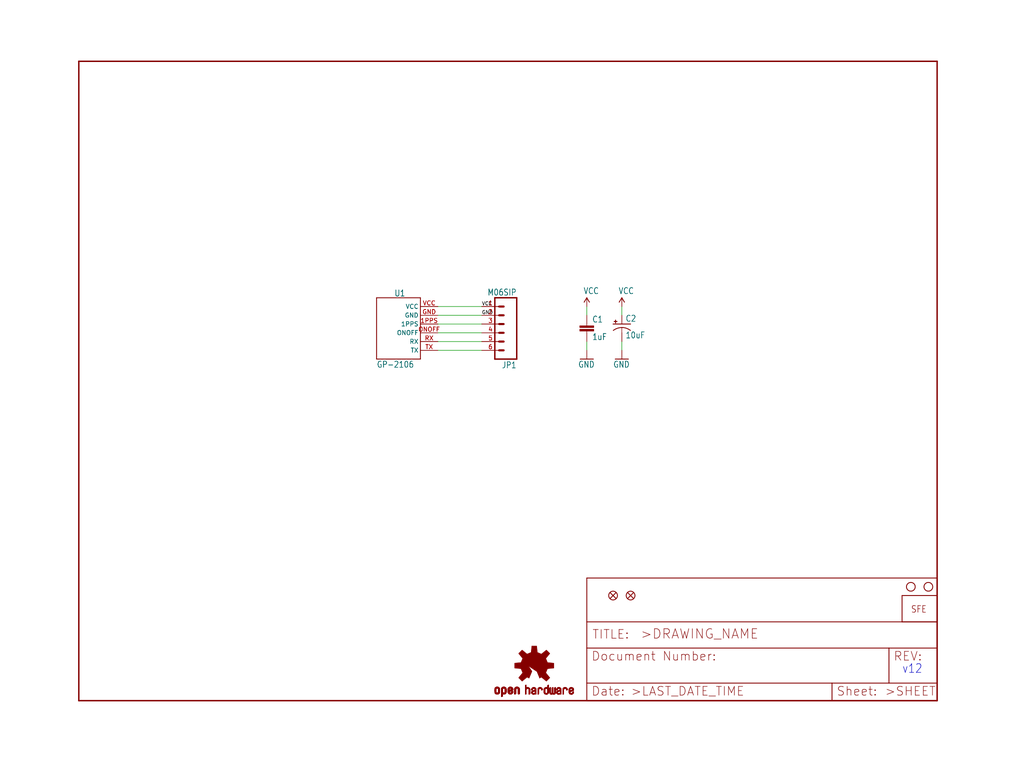
<source format=kicad_sch>
(kicad_sch (version 20211123) (generator eeschema)
  (paper "User" 297.002 223.926)
  (lib_symbols
    (symbol "eagleSchem-eagle-import:CAP0402-CAP"
      (property "Reference" "C" (at 1.524 2.921 0))
      (property "Value" "CAP0402-CAP" (at 1.524 -2.159 0))
      (symbol "CAP0402-CAP_1_0"
        (pin passive line (at 0 5.08 270) (length 2.54) (name "1") (number "1"))
        (pin passive line (at 0 -2.54 90) (length 2.54) (name "2") (number "2"))
      )
    )
    (symbol "eagleSchem-eagle-import:CAP_POL1206"
      (property "Reference" "C" (at 1.016 0.635 0))
      (property "Value" "CAP_POL1206" (at 1.016 -4.191 0))
      (symbol "CAP_POL1206_1_0"
        (pin passive line (at 0 2.54 270) (length 2.54) (name "+") (number "A"))
        (pin passive line (at 0 -5.08 90) (length 2.54) (name "-") (number "C"))
      )
    )
    (symbol "eagleSchem-eagle-import:FIDUCIALUFIDUCIAL")
    (symbol "eagleSchem-eagle-import:FRAME-LETTER"
      (symbol "FRAME-LETTER_2_0"
        (text ">DRAWING_NAME" (at 15.494 17.78 0) (effects (font (size 2.7432 2.7432)) (justify left bottom)))
        (text ">LAST_DATE_TIME" (at 12.7 1.27 0) (effects (font (size 2.54 2.54)) (justify left bottom)))
        (text ">SHEET" (at 86.36 1.27 0) (effects (font (size 2.54 2.54)) (justify left bottom)))
        (text "Date:" (at 1.27 1.27 0) (effects (font (size 2.54 2.54)) (justify left bottom)))
        (text "Document Number:" (at 1.27 11.43 0) (effects (font (size 2.54 2.54)) (justify left bottom)))
        (text "REV:" (at 88.9 11.43 0) (effects (font (size 2.54 2.54)) (justify left bottom)))
        (text "Sheet:" (at 72.39 1.27 0) (effects (font (size 2.54 2.54)) (justify left bottom)))
        (text "TITLE:" (at 1.524 17.78 0) (effects (font (size 2.54 2.54)) (justify left bottom)))
      )
    )
    (symbol "eagleSchem-eagle-import:GND" (power)
      (property "Value" "GND" (at -2.54 -2.54 0))
      (symbol "GND_1_0"
        (pin power_in line (at 0 2.54 270) (length 2.54) (name "GND") (number "1"))
      )
    )
    (symbol "eagleSchem-eagle-import:GP-2106"
      (property "Reference" "U" (at 3.302 9.906 0))
      (property "Value" "GP-2106" (at -5.08 -12.7 0))
      (symbol "GP-2106_1_0"
        (pin bidirectional line (at 12.7 0 180) (length 5.08) (name "1PPS") (number "1PPS"))
        (pin bidirectional line (at 12.7 2.54 180) (length 5.08) (name "GND") (number "GND"))
        (pin bidirectional line (at 12.7 -2.54 180) (length 5.08) (name "ONOFF") (number "ONOFF"))
        (pin bidirectional line (at 12.7 -5.08 180) (length 5.08) (name "RX") (number "RX"))
        (pin bidirectional line (at 12.7 -7.62 180) (length 5.08) (name "TX") (number "TX"))
        (pin bidirectional line (at 12.7 5.08 180) (length 5.08) (name "VCC") (number "VCC"))
      )
    )
    (symbol "eagleSchem-eagle-import:LOGO-SFESK"
      (symbol "LOGO-SFESK_1_0"
        (text "SFE" (at 0 0 0) (effects (font (size 1.9304 1.6408)) (justify left bottom)))
      )
    )
    (symbol "eagleSchem-eagle-import:M06SIP"
      (property "Reference" "JP" (at -5.08 10.922 0))
      (property "Value" "M06SIP" (at -5.08 -10.16 0))
      (symbol "M06SIP_1_0"
        (pin passive line (at 5.08 -5.08 180) (length 5.08) (name "1") (number "1"))
        (pin passive line (at 5.08 -2.54 180) (length 5.08) (name "2") (number "2"))
        (pin passive line (at 5.08 0 180) (length 5.08) (name "3") (number "3"))
        (pin passive line (at 5.08 2.54 180) (length 5.08) (name "4") (number "4"))
        (pin passive line (at 5.08 5.08 180) (length 5.08) (name "5") (number "5"))
        (pin passive line (at 5.08 7.62 180) (length 5.08) (name "6") (number "6"))
      )
    )
    (symbol "eagleSchem-eagle-import:OSHW-LOGOS")
    (symbol "eagleSchem-eagle-import:STAND-OFF")
    (symbol "eagleSchem-eagle-import:VCC" (power)
      (property "Value" "VCC" (at -1.016 3.556 0))
      (symbol "VCC_1_0"
        (pin power_in line (at 0 0 90) (length 2.54) (name "VCC") (number "1"))
      )
    )
  )
  (wire (pts (xy 180.34 88.9) (xy 180.34 91.44)))
  (wire (pts (xy 139.7 91.44) (xy 127 91.44)))
  (wire (pts (xy 139.7 96.52) (xy 127 96.52)))
  (wire (pts (xy 139.7 88.9) (xy 127 88.9)))
  (wire (pts (xy 170.18 88.9) (xy 170.18 91.44)))
  (wire (pts (xy 170.18 101.6) (xy 170.18 99.06)))
  (wire (pts (xy 139.7 99.06) (xy 127 99.06)))
  (wire (pts (xy 139.7 93.98) (xy 127 93.98)))
  (wire (pts (xy 180.34 101.6) (xy 180.34 99.06)))
  (wire (pts (xy 139.7 101.6) (xy 127 101.6)))
  (text "v12" (at 261.62 195.58 180) (effects (font (size 2.54 2.159)) (justify left bottom)))
  (label "GND" (at 139.7 91.44 0) (effects (font (size 1.016 1.016))))
  (label "VCC" (at 139.7 88.9 0) (effects (font (size 1.016 1.016))))
  (symbol (lib_id "eagleSchem-eagle-import:STAND-OFF") (at 264.16 170.18 0) (unit 1)
    (property "Reference" "JP3" (effects hide))
    (property "Value" "STAND-OFF" (effects hide))
    (property "Footprint" "eagleSchem:STAND-OFF" (effects hide))
  )
  (symbol (lib_id "eagleSchem-eagle-import:M06SIP") (at 144.78 93.98 180) (unit 1)
    (property "Reference" "JP1" (at 149.86 104.902 0) (effects (font (size 1.778 1.5113)) (justify left bottom)))
    (property "Value" "M06SIP" (at 149.86 83.82 0) (effects (font (size 1.778 1.5113)) (justify left bottom)))
    (property "Footprint" "eagleSchem:1X06" (effects hide))
  )
  (symbol (lib_id "eagleSchem-eagle-import:OSHW-LOGOS") (at 154.94 193.04 0) (unit 1)
    (property "Reference" "U$1" (effects hide))
    (property "Value" "OSHW-LOGOS" (effects hide))
    (property "Footprint" "eagleSchem:OSHW-LOGO-S" (effects hide))
  )
  (symbol (lib_id "eagleSchem-eagle-import:GP-2106") (at 114.3 93.98 0) (unit 1)
    (property "Reference" "U1" (at 117.602 84.074 0) (effects (font (size 1.778 1.5113)) (justify right top)))
    (property "Value" "GP-2106" (at 109.22 106.68 0) (effects (font (size 1.778 1.5113)) (justify left bottom)))
    (property "Footprint" "eagleSchem:GP-2106" (effects hide))
  )
  (symbol (lib_id "eagleSchem-eagle-import:STAND-OFF") (at 269.24 170.18 0) (unit 1)
    (property "Reference" "JP2" (effects hide))
    (property "Value" "STAND-OFF" (effects hide))
    (property "Footprint" "eagleSchem:STAND-OFF" (effects hide))
  )
  (symbol (lib_id "eagleSchem-eagle-import:GND") (at 180.34 104.14 0) (unit 1)
    (property "Reference" "#GND2" (effects hide))
    (property "Value" "GND" (at 177.8 106.68 0) (effects (font (size 1.778 1.5113)) (justify left bottom)))
    (property "Footprint" "eagleSchem:" (effects hide))
  )
  (symbol (lib_id "eagleSchem-eagle-import:CAP0402-CAP") (at 170.18 96.52 0) (unit 1)
    (property "Reference" "C1" (at 171.704 93.599 0) (effects (font (size 1.778 1.5113)) (justify left bottom)))
    (property "Value" "1uF" (at 171.704 98.679 0) (effects (font (size 1.778 1.5113)) (justify left bottom)))
    (property "Footprint" "eagleSchem:0402-CAP" (effects hide))
  )
  (symbol (lib_id "eagleSchem-eagle-import:GND") (at 170.18 104.14 0) (unit 1)
    (property "Reference" "#GND1" (effects hide))
    (property "Value" "GND" (at 167.64 106.68 0) (effects (font (size 1.778 1.5113)) (justify left bottom)))
    (property "Footprint" "eagleSchem:" (effects hide))
  )
  (symbol (lib_id "eagleSchem-eagle-import:FRAME-LETTER") (at 22.86 203.2 0) (unit 1)
    (property "Reference" "#FRAME1" (effects hide))
    (property "Value" "FRAME-LETTER" (effects hide))
    (property "Footprint" "eagleSchem:" (effects hide))
  )
  (symbol (lib_id "eagleSchem-eagle-import:LOGO-SFESK") (at 264.16 177.8 0) (unit 1)
    (property "Reference" "JP4" (effects hide))
    (property "Value" "LOGO-SFESK" (effects hide))
    (property "Footprint" "eagleSchem:SFE-LOGO-FLAME" (effects hide))
  )
  (symbol (lib_id "eagleSchem-eagle-import:VCC") (at 180.34 88.9 0) (unit 1)
    (property "Reference" "#P+2" (effects hide))
    (property "Value" "VCC" (at 179.324 85.344 0) (effects (font (size 1.778 1.5113)) (justify left bottom)))
    (property "Footprint" "eagleSchem:" (effects hide))
  )
  (symbol (lib_id "eagleSchem-eagle-import:CAP_POL1206") (at 180.34 93.98 0) (unit 1)
    (property "Reference" "C2" (at 181.356 93.345 0) (effects (font (size 1.778 1.5113)) (justify left bottom)))
    (property "Value" "10uF" (at 181.356 98.171 0) (effects (font (size 1.778 1.5113)) (justify left bottom)))
    (property "Footprint" "eagleSchem:EIA3216" (effects hide))
  )
  (symbol (lib_id "eagleSchem-eagle-import:FRAME-LETTER") (at 170.18 203.2 0) (unit 2)
    (property "Reference" "#FRAME1" (effects hide))
    (property "Value" "FRAME-LETTER" (effects hide))
    (property "Footprint" "eagleSchem:" (effects hide))
  )
  (symbol (lib_id "eagleSchem-eagle-import:VCC") (at 170.18 88.9 0) (unit 1)
    (property "Reference" "#P+1" (effects hide))
    (property "Value" "VCC" (at 169.164 85.344 0) (effects (font (size 1.778 1.5113)) (justify left bottom)))
    (property "Footprint" "eagleSchem:" (effects hide))
  )
  (symbol (lib_id "eagleSchem-eagle-import:FIDUCIALUFIDUCIAL") (at 182.88 172.72 0) (unit 1)
    (property "Reference" "JP6" (effects hide))
    (property "Value" "FIDUCIALUFIDUCIAL" (effects hide))
    (property "Footprint" "eagleSchem:MICRO-FIDUCIAL" (effects hide))
  )
  (symbol (lib_id "eagleSchem-eagle-import:FIDUCIALUFIDUCIAL") (at 177.8 172.72 0) (unit 1)
    (property "Reference" "JP5" (effects hide))
    (property "Value" "FIDUCIALUFIDUCIAL" (effects hide))
    (property "Footprint" "eagleSchem:MICRO-FIDUCIAL" (effects hide))
  )
)
</source>
